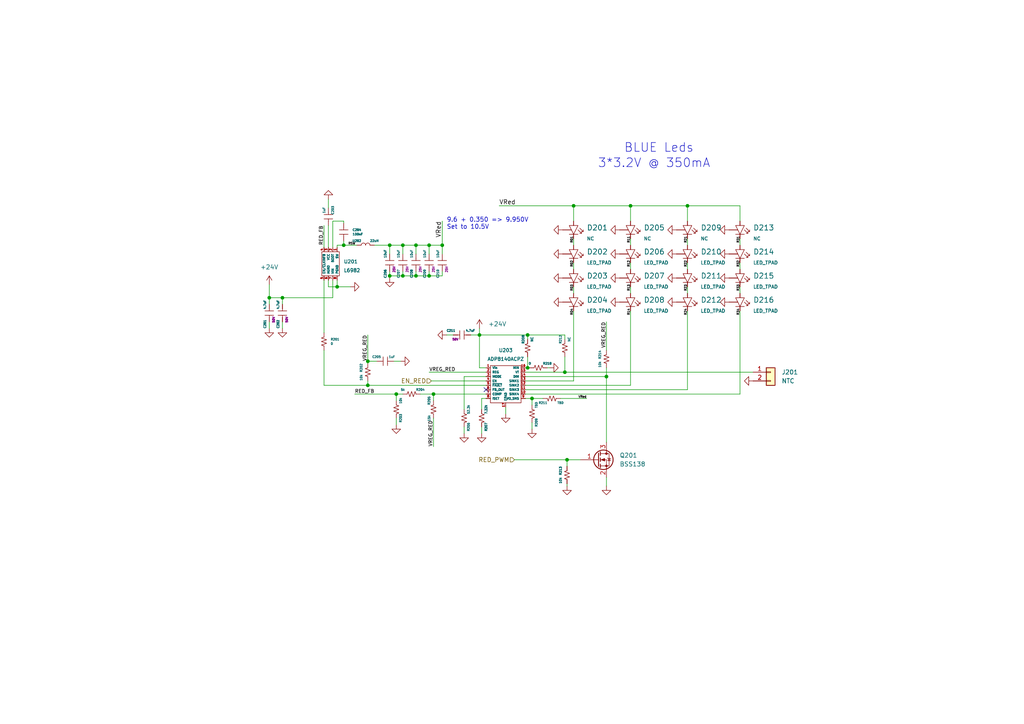
<source format=kicad_sch>
(kicad_sch (version 20211123) (generator eeschema)
  (paper "A4")
  (lib_symbols
    (symbol "ADP8140:ADP8140ACPZ"
      (property "Reference" "U" (at 0 6.985 0))
      (property "Value" "ADP8140ACPZ" (at 0 6.985 0))
      (symbol "ADP8140ACPZ_0_1"
        (rectangle (start -4.445 5.08) (end 4.445 -5.715) (stroke (width 0.1524)))
      )
      (symbol "ADP8140ACPZ_1_1"
        (pin power_in line (at -5.715 4.445 0) (length 1.27) (name "Vin") (number "1"))
        (pin power_out line (at 5.715 -3.175 180) (length 1.27) (name "SINK4") (number "10"))
        (pin power_out line (at 5.715 -1.905 180) (length 1.27) (name "SINK3") (number "11"))
        (pin power_out line (at 5.715 -0.635 180) (length 1.27) (name "SINK2") (number "12"))
        (pin power_out line (at 5.715 0.635 180) (length 1.27) (name "SINK1") (number "13"))
        (pin input line (at 5.715 1.905 180) (length 1.27) (name "DIM") (number "14"))
        (pin input line (at 5.715 3.175 180) (length 1.27) (name "VT") (number "15"))
        (pin input line (at 5.715 4.445 180) (length 1.27) (name "MIN") (number "16"))
        (pin power_in line (at 0 -6.985 90) (length 1.27) (name "EPAD") (number "17"))
        (pin power_out line (at -5.715 3.175 0) (length 1.27) (name "REG") (number "2"))
        (pin input line (at -5.715 1.905 0) (length 1.27) (name "MODE") (number "3"))
        (pin input line (at -5.715 0.635 0) (length 1.27) (name "EN") (number "4"))
        (pin output line (at -5.715 -0.635 0) (length 1.27) (name "~{FAULT}") (number "5"))
        (pin output line (at -5.715 -1.905 0) (length 1.27) (name "FB_OUT") (number "6"))
        (pin output line (at -5.715 -3.175 0) (length 1.27) (name "COMP") (number "7"))
        (pin input line (at -5.715 -4.445 0) (length 1.27) (name "ISET") (number "8"))
        (pin input line (at 5.715 -4.445 180) (length 1.27) (name "VO_SNS") (number "9"))
      )
    )
    (symbol "Connector_Generic:Conn_01x02" (pin_names (offset 1.016) hide)
      (property "Reference" "J" (at 0 2.54 0))
      (property "Value" "Conn_01x02" (at 0 -5.08 0))
      (symbol "Conn_01x02_1_1"
        (rectangle (start -1.27 -2.413) (end 0 -2.667) (stroke (width 0.1524)))
        (rectangle (start -1.27 0.127) (end 0 -0.127) (stroke (width 0.1524)))
        (rectangle (start -1.27 1.27) (end 1.27 -3.81) (stroke (width 0.254)) (fill (type background)))
        (pin passive line (at -5.08 0 0) (length 3.81) (name "Pin_1") (number "1"))
        (pin passive line (at -5.08 -2.54 0) (length 3.81) (name "Pin_2") (number "2"))
      )
    )
    (symbol "L6982NDR:L6982"
      (property "Reference" "U" (at 0 4.445 0))
      (property "Value" "L6982" (at 0 4.445 0))
      (symbol "L6982_0_1"
        (rectangle (start -3.81 2.54) (end 3.175 -2.54) (stroke (width 0.1524)))
      )
      (symbol "L6982_1_1"
        (pin output line (at -5.08 1.905 0) (length 1.27) (name "SW") (number "1"))
        (pin input line (at -5.08 0.635 0) (length 1.27) (name "BOOT") (number "2"))
        (pin power_out line (at -5.08 -0.635 0) (length 1.27) (name "VCC") (number "3"))
        (pin input line (at -5.08 -1.905 0) (length 1.27) (name "FB") (number "4"))
        (pin input line (at 4.445 -1.905 180) (length 1.27) (name "EN/CLKIN") (number "5"))
        (pin power_in line (at 4.445 -0.635 180) (length 1.27) (name "AGND") (number "6"))
        (pin power_in line (at 4.445 0.635 180) (length 1.27) (name "VIN") (number "7"))
        (pin power_in line (at 4.445 1.905 180) (length 1.27) (name "PGND") (number "8"))
      )
    )
    (symbol "NMOS:BSS138" (pin_names (offset 0) hide)
      (property "Reference" "Q" (at 5.08 1.905 0))
      (property "Value" "BSS138" (at 5.08 0 0))
      (symbol "BSS138_0_1"
        (polyline (pts (xy 0.762 -1.778) (xy 2.54 -1.778)))
        (polyline (pts (xy 0.762 -1.27) (xy 0.762 -2.286)) (stroke (width 0.254)))
        (polyline (pts (xy 0.762 0) (xy 2.54 0)))
        (polyline (pts (xy 0.762 0.508) (xy 0.762 -0.508)) (stroke (width 0.254)))
        (polyline (pts (xy 0.762 1.778) (xy 2.54 1.778)))
        (polyline (pts (xy 0.762 2.286) (xy 0.762 1.27)) (stroke (width 0.254)))
        (polyline (pts (xy 2.54 -1.778) (xy 2.54 -2.54)))
        (polyline (pts (xy 2.54 -1.778) (xy 2.54 0)))
        (polyline (pts (xy 2.54 2.54) (xy 2.54 1.778)))
        (polyline (pts (xy 0.254 1.905) (xy 0.254 -1.905) (xy 0.254 -1.905)) (stroke (width 0.254)))
        (polyline (pts (xy 1.016 0) (xy 2.032 0.381) (xy 2.032 -0.381) (xy 1.016 0)) (fill (type outline)))
        (polyline (pts (xy 2.54 -1.778) (xy 3.302 -1.778) (xy 3.302 1.778) (xy 2.54 1.778)))
        (polyline (pts (xy 2.794 0.508) (xy 2.921 0.381) (xy 3.683 0.381) (xy 3.81 0.254)))
        (polyline (pts (xy 3.302 0.381) (xy 2.921 -0.254) (xy 3.683 -0.254) (xy 3.302 0.381)))
        (circle (center 1.651 0) (radius 2.8194) (stroke (width 0.254)))
        (circle (center 2.54 -1.778) (radius 0.2794) (fill (type outline)))
        (circle (center 2.54 1.778) (radius 0.2794) (fill (type outline)))
      )
      (symbol "BSS138_1_1"
        (pin input line (at -5.08 0 0) (length 5.334) (name "G") (number "1"))
        (pin passive line (at 2.54 -5.08 90) (length 2.54) (name "S") (number "2"))
        (pin passive line (at 2.54 5.08 270) (length 2.54) (name "D") (number "3"))
      )
    )
    (symbol "passives:CAP_0603" (pin_numbers hide) (pin_names (offset 0) hide)
      (property "Reference" "C" (at 0 -2.54 0))
      (property "Value" "CAP_0603" (at 0 1.905 0))
      (symbol "CAP_0603_0_1"
        (polyline (pts (xy -1.27 0) (xy -0.635 0)))
        (polyline (pts (xy -0.635 -1.27) (xy -0.635 1.27)))
        (polyline (pts (xy 0.635 -1.27) (xy 0.635 -0.635)))
        (polyline (pts (xy 0.635 0.635) (xy 0.635 -0.635)))
        (polyline (pts (xy 0.635 1.27) (xy 0.635 0.635)))
        (polyline (pts (xy 1.27 0) (xy 0.635 0)))
      )
      (symbol "CAP_0603_1_1"
        (pin passive line (at -2.54 0 0) (length 1.27) (name "~") (number "1"))
        (pin passive line (at 2.54 0 180) (length 1.27) (name "~") (number "2"))
      )
    )
    (symbol "passives:CAP_0805" (pin_numbers hide) (pin_names (offset 0) hide)
      (property "Reference" "C" (at 0 -2.54 0))
      (property "Value" "CAP_0805" (at 0 1.905 0))
      (symbol "CAP_0805_0_1"
        (polyline (pts (xy -1.27 0) (xy -0.635 0)))
        (polyline (pts (xy -0.635 -1.27) (xy -0.635 1.27)))
        (polyline (pts (xy 0.635 -1.27) (xy 0.635 -0.635)))
        (polyline (pts (xy 0.635 0.635) (xy 0.635 -0.635)))
        (polyline (pts (xy 0.635 1.27) (xy 0.635 0.635)))
        (polyline (pts (xy 1.27 0) (xy 0.635 0)))
      )
      (symbol "CAP_0805_1_1"
        (pin passive line (at -2.54 0 0) (length 1.27) (name "~") (number "1"))
        (pin passive line (at 2.54 0 180) (length 1.27) (name "~") (number "2"))
      )
    )
    (symbol "passives:CAP_1206" (pin_numbers hide) (pin_names (offset 0) hide)
      (property "Reference" "C" (at 0 -2.54 0))
      (property "Value" "CAP_1206" (at 0 1.905 0))
      (symbol "CAP_1206_0_1"
        (polyline (pts (xy -1.27 0) (xy -0.635 0)))
        (polyline (pts (xy -0.635 -1.27) (xy -0.635 1.27)))
        (polyline (pts (xy 0.635 -1.27) (xy 0.635 -0.635)))
        (polyline (pts (xy 0.635 0.635) (xy 0.635 -0.635)))
        (polyline (pts (xy 0.635 1.27) (xy 0.635 0.635)))
        (polyline (pts (xy 1.27 0) (xy 0.635 0)))
      )
      (symbol "CAP_1206_1_1"
        (pin passive line (at -2.54 0 0) (length 1.27) (name "~") (number "1"))
        (pin passive line (at 2.54 0 180) (length 1.27) (name "~") (number "2"))
      )
    )
    (symbol "passives:IND_SMALL" (pin_numbers hide) (pin_names (offset 0) hide)
      (property "Reference" "U" (at 0 0 0))
      (property "Value" "IND_SMALL" (at 0 0 0))
      (symbol "IND_SMALL_0_1"
        (arc (start 0 0) (mid -0.635 0.635) (end -1.27 0))
        (arc (start 1.27 0) (mid 0.635 0.635) (end 0 0))
      )
      (symbol "IND_SMALL_1_1"
        (pin passive line (at -2.54 0 0) (length 1.27) (name "~") (number "1"))
        (pin passive line (at 2.54 0 180) (length 1.27) (name "~") (number "2"))
      )
    )
    (symbol "passives:LED_TPAD" (pin_numbers hide) (pin_names (offset 0) hide)
      (property "Reference" "D" (at 8.255 0 0))
      (property "Value" "LED_TPAD" (at 0 4.445 0))
      (symbol "LED_TPAD_0_1"
        (polyline (pts (xy 0 1.27) (xy 1.016 2.286)))
        (polyline (pts (xy 0.508 2.794) (xy 0 2.794)))
        (polyline (pts (xy 1.016 2.286) (xy 0.508 2.286)))
        (polyline (pts (xy 1.016 2.286) (xy 1.016 1.778)))
        (polyline (pts (xy 1.27 0) (xy 1.27 -1.27)))
        (polyline (pts (xy 1.27 0) (xy 1.27 1.27)))
        (polyline (pts (xy -0.508 1.778) (xy 0.508 2.794) (xy 0.508 2.286)))
        (polyline (pts (xy -1.27 0) (xy -1.27 1.27) (xy 1.27 0) (xy -1.27 -1.27) (xy -1.27 0)))
      )
      (symbol "LED_TPAD_1_1"
        (pin input line (at -2.54 0 0) (length 1.27) (name "A") (number "A"))
        (pin input line (at 2.54 0 180) (length 1.27) (name "K") (number "K"))
        (pin passive line (at 0 -3.175 90) (length 2.54) (name "PAD") (number "N"))
      )
    )
    (symbol "passives:RES_0603" (pin_numbers hide) (pin_names (offset 0) hide)
      (property "Reference" "R" (at 0 -2.54 0))
      (property "Value" "RES_0603" (at 0 1.27 0))
      (symbol "RES_0603_0_1"
        (polyline (pts (xy -1.27 0) (xy -1.016 0.762) (xy -0.508 -0.762) (xy 0 0.762) (xy 0.508 -0.762) (xy 1.016 0.762) (xy 1.27 0)))
      )
      (symbol "RES_0603_1_1"
        (pin input line (at -2.54 0 0) (length 1.27) (name "1") (number "1"))
        (pin input line (at 2.54 0 180) (length 1.27) (name "2") (number "2"))
      )
    )
    (symbol "power:+24V" (power) (pin_names (offset 0))
      (property "Value" "+24V" (at 0 3.556 0))
      (symbol "+24V_0_1"
        (polyline (pts (xy -0.762 1.27) (xy 0 2.54)))
        (polyline (pts (xy 0 0) (xy 0 2.54)))
        (polyline (pts (xy 0 2.54) (xy 0.762 1.27)))
      )
      (symbol "+24V_1_1"
        (pin power_in line (at 0 0 90) (length 0) hide (name "+24V") (number "1"))
      )
    )
    (symbol "power:GND" (power) (pin_names (offset 0))
      (property "Value" "GND" (at 0 -3.81 0))
      (symbol "GND_0_1"
        (polyline (pts (xy 0 0) (xy 0 -1.27) (xy 1.27 -1.27) (xy 0 -2.54) (xy -1.27 -1.27) (xy 0 -1.27)))
      )
      (symbol "GND_1_1"
        (pin power_in line (at 0 0 270) (length 0) hide (name "GND") (number "1"))
      )
    )
  )
  (junction (at 120.65 80.01))
  (junction (at 153.035 106.68))
  (junction (at 106.68 104.775))
  (junction (at 166.37 59.69))
  (junction (at 124.46 80.01))
  (junction (at 199.39 59.69))
  (junction (at 106.68 111.76))
  (junction (at 81.915 86.36))
  (junction (at 116.84 71.12))
  (junction (at 124.46 71.12))
  (junction (at 182.88 59.69))
  (junction (at 164.465 133.35))
  (junction (at 154.305 115.57))
  (junction (at 78.105 86.36))
  (junction (at 114.935 114.3))
  (junction (at 153.035 97.155))
  (junction (at 163.83 107.95))
  (junction (at 128.27 71.12))
  (junction (at 113.03 80.01))
  (junction (at 120.65 71.12))
  (junction (at 175.895 109.22))
  (junction (at 116.84 80.01))
  (junction (at 113.03 71.12))
  (junction (at 139.065 97.155))
  (junction (at 125.73 114.3))
  (junction (at 99.695 71.12))
  (junction (at 97.79 83.185))
  (no_connect (at 140.97 113.03))
  (wire (pts (xy 131.445 97.155) (xy 129.54 97.155)))
  (wire (pts (xy 153.035 103.505) (xy 153.035 106.68)))
  (wire (pts (xy 120.65 78.74) (xy 120.65 80.01)))
  (wire (pts (xy 214.63 69.215) (xy 214.63 71.12)))
  (wire (pts (xy 106.68 104.775) (xy 109.22 104.775)))
  (wire (pts (xy 116.84 71.12) (xy 113.03 71.12)))
  (wire (pts (xy 128.27 78.74) (xy 128.27 80.01)))
  (wire (pts (xy 134.62 109.22) (xy 134.62 118.745)))
  (wire (pts (xy 182.88 83.185) (xy 182.88 85.09)))
  (wire (pts (xy 125.73 114.3) (xy 125.73 116.205)))
  (wire (pts (xy 95.25 83.185) (xy 97.79 83.185)))
  (wire (pts (xy 199.39 76.2) (xy 199.39 78.105)))
  (wire (pts (xy 139.065 106.68) (xy 139.065 97.155)))
  (wire (pts (xy 164.465 133.35) (xy 168.275 133.35)))
  (wire (pts (xy 175.895 93.345) (xy 175.895 101.6)))
  (wire (pts (xy 214.63 83.185) (xy 214.63 85.09)))
  (wire (pts (xy 93.98 101.6) (xy 93.98 111.76)))
  (wire (pts (xy 106.68 97.155) (xy 106.68 104.775)))
  (wire (pts (xy 214.63 64.135) (xy 214.63 59.69)))
  (wire (pts (xy 97.79 71.755) (xy 97.79 71.12)))
  (wire (pts (xy 78.105 93.345) (xy 78.105 95.25)))
  (wire (pts (xy 152.4 110.49) (xy 166.37 110.49)))
  (wire (pts (xy 113.03 80.01) (xy 113.03 80.645)))
  (wire (pts (xy 163.83 103.505) (xy 163.83 107.95)))
  (wire (pts (xy 139.065 97.155) (xy 153.035 97.155)))
  (wire (pts (xy 146.685 118.11) (xy 146.685 120.015)))
  (wire (pts (xy 152.4 111.76) (xy 182.88 111.76)))
  (wire (pts (xy 158.75 106.68) (xy 159.385 106.68)))
  (wire (pts (xy 114.935 114.3) (xy 114.935 116.205)))
  (wire (pts (xy 136.525 97.155) (xy 139.065 97.155)))
  (wire (pts (xy 116.84 114.3) (xy 114.935 114.3)))
  (wire (pts (xy 164.465 133.35) (xy 164.465 135.255)))
  (wire (pts (xy 214.63 76.2) (xy 214.63 78.105)))
  (wire (pts (xy 124.46 80.01) (xy 128.27 80.01)))
  (wire (pts (xy 214.63 59.69) (xy 199.39 59.69)))
  (wire (pts (xy 153.035 106.68) (xy 153.67 106.68)))
  (wire (pts (xy 199.39 83.185) (xy 199.39 85.09)))
  (wire (pts (xy 139.7 115.57) (xy 139.7 118.745)))
  (wire (pts (xy 95.25 65.405) (xy 95.25 71.755)))
  (wire (pts (xy 93.98 65.405) (xy 93.98 71.755)))
  (wire (pts (xy 166.37 76.2) (xy 166.37 78.105)))
  (wire (pts (xy 102.87 114.3) (xy 114.935 114.3)))
  (wire (pts (xy 140.97 109.22) (xy 134.62 109.22)))
  (wire (pts (xy 97.79 71.12) (xy 99.695 71.12)))
  (wire (pts (xy 120.65 71.12) (xy 116.84 71.12)))
  (wire (pts (xy 199.39 69.215) (xy 199.39 71.12)))
  (wire (pts (xy 78.105 82.55) (xy 78.105 86.36)))
  (wire (pts (xy 95.25 57.785) (xy 95.25 60.325)))
  (wire (pts (xy 128.27 64.135) (xy 128.27 71.12)))
  (wire (pts (xy 154.305 115.57) (xy 154.305 117.475)))
  (wire (pts (xy 78.105 86.36) (xy 78.105 88.265)))
  (wire (pts (xy 95.25 81.28) (xy 95.25 83.185)))
  (wire (pts (xy 113.03 71.12) (xy 113.03 73.66)))
  (wire (pts (xy 96.52 64.135) (xy 99.695 64.135)))
  (wire (pts (xy 128.27 73.66) (xy 128.27 71.12)))
  (wire (pts (xy 166.37 110.49) (xy 166.37 90.17)))
  (wire (pts (xy 154.305 122.555) (xy 154.305 124.46)))
  (wire (pts (xy 182.88 76.2) (xy 182.88 78.105)))
  (wire (pts (xy 99.695 69.85) (xy 99.695 71.12)))
  (wire (pts (xy 124.46 107.95) (xy 140.97 107.95)))
  (wire (pts (xy 175.895 109.22) (xy 175.895 128.27)))
  (wire (pts (xy 113.03 80.01) (xy 116.84 80.01)))
  (wire (pts (xy 182.88 59.69) (xy 166.37 59.69)))
  (wire (pts (xy 96.52 81.28) (xy 96.52 86.36)))
  (wire (pts (xy 116.84 80.01) (xy 120.65 80.01)))
  (wire (pts (xy 163.83 97.155) (xy 153.035 97.155)))
  (wire (pts (xy 97.79 83.185) (xy 101.6 83.185)))
  (wire (pts (xy 163.83 98.425) (xy 163.83 97.155)))
  (wire (pts (xy 116.84 71.12) (xy 116.84 73.66)))
  (wire (pts (xy 199.39 59.69) (xy 199.39 64.135)))
  (wire (pts (xy 81.915 93.345) (xy 81.915 95.25)))
  (wire (pts (xy 125.095 110.49) (xy 140.97 110.49)))
  (wire (pts (xy 139.065 95.25) (xy 139.065 97.155)))
  (wire (pts (xy 81.915 86.36) (xy 81.915 88.265)))
  (wire (pts (xy 153.035 97.155) (xy 153.035 98.425)))
  (wire (pts (xy 125.73 121.285) (xy 125.73 129.54)))
  (wire (pts (xy 166.37 83.185) (xy 166.37 85.09)))
  (wire (pts (xy 152.4 113.03) (xy 199.39 113.03)))
  (wire (pts (xy 134.62 123.825) (xy 134.62 125.73)))
  (wire (pts (xy 116.84 78.74) (xy 116.84 80.01)))
  (wire (pts (xy 93.98 81.28) (xy 93.98 96.52)))
  (wire (pts (xy 175.895 106.68) (xy 175.895 109.22)))
  (wire (pts (xy 93.98 111.76) (xy 106.68 111.76)))
  (wire (pts (xy 124.46 78.74) (xy 124.46 80.01)))
  (wire (pts (xy 152.4 114.3) (xy 214.63 114.3)))
  (wire (pts (xy 108.585 71.12) (xy 113.03 71.12)))
  (wire (pts (xy 152.4 115.57) (xy 154.305 115.57)))
  (wire (pts (xy 114.935 121.285) (xy 114.935 123.19)))
  (wire (pts (xy 128.27 71.12) (xy 124.46 71.12)))
  (wire (pts (xy 175.895 138.43) (xy 175.895 140.97)))
  (wire (pts (xy 199.39 59.69) (xy 182.88 59.69)))
  (wire (pts (xy 152.4 109.22) (xy 175.895 109.22)))
  (wire (pts (xy 97.79 81.28) (xy 97.79 83.185)))
  (wire (pts (xy 140.97 106.68) (xy 139.065 106.68)))
  (wire (pts (xy 163.83 107.95) (xy 218.44 107.95)))
  (wire (pts (xy 99.695 71.12) (xy 103.505 71.12)))
  (wire (pts (xy 106.68 104.775) (xy 106.68 105.41)))
  (wire (pts (xy 120.65 80.01) (xy 124.46 80.01)))
  (wire (pts (xy 81.915 86.36) (xy 78.105 86.36)))
  (wire (pts (xy 149.225 133.35) (xy 164.465 133.35)))
  (wire (pts (xy 125.73 114.3) (xy 140.97 114.3)))
  (wire (pts (xy 152.4 106.68) (xy 153.035 106.68)))
  (wire (pts (xy 106.68 111.76) (xy 140.97 111.76)))
  (wire (pts (xy 99.695 64.135) (xy 99.695 64.77)))
  (wire (pts (xy 96.52 71.755) (xy 96.52 64.135)))
  (wire (pts (xy 199.39 113.03) (xy 199.39 90.17)))
  (wire (pts (xy 139.7 123.825) (xy 139.7 125.73)))
  (wire (pts (xy 166.37 69.215) (xy 166.37 71.12)))
  (wire (pts (xy 152.4 107.95) (xy 163.83 107.95)))
  (wire (pts (xy 140.97 115.57) (xy 139.7 115.57)))
  (wire (pts (xy 182.88 59.69) (xy 182.88 64.135)))
  (wire (pts (xy 124.46 71.12) (xy 124.46 73.66)))
  (wire (pts (xy 106.68 110.49) (xy 106.68 111.76)))
  (wire (pts (xy 182.88 111.76) (xy 182.88 90.17)))
  (wire (pts (xy 166.37 59.69) (xy 166.37 64.135)))
  (wire (pts (xy 120.65 71.12) (xy 120.65 73.66)))
  (wire (pts (xy 114.3 104.775) (xy 116.205 104.775)))
  (wire (pts (xy 214.63 114.3) (xy 214.63 90.17)))
  (wire (pts (xy 182.88 69.215) (xy 182.88 71.12)))
  (wire (pts (xy 113.03 78.74) (xy 113.03 80.01)))
  (wire (pts (xy 164.465 140.335) (xy 164.465 140.97)))
  (wire (pts (xy 162.56 115.57) (xy 170.18 115.57)))
  (wire (pts (xy 96.52 86.36) (xy 81.915 86.36)))
  (wire (pts (xy 154.305 115.57) (xy 157.48 115.57)))
  (wire (pts (xy 124.46 71.12) (xy 120.65 71.12)))
  (wire (pts (xy 121.92 114.3) (xy 125.73 114.3)))
  (wire (pts (xy 144.78 59.69) (xy 166.37 59.69)))
  (text "BLUE Leds" (at 180.975 44.45 0) (effects (font (size 2.54 2.54)) (justify left bottom)))
  (text "3*3.2V @ 350mA" (at 173.355 48.895 0) (effects (font (size 2.54 2.54)) (justify left bottom)))
  (text "9.6 + 0.350 => 9.950V\nSet to 10.5V" (at 129.54 66.675 0) (effects (font (size 1.27 1.27)) (justify left bottom)))
  (label "R32" (at 214.63 77.47 90) (effects (font (size 0.635 0.635))))
  (label "R31" (at 214.63 70.485 90) (effects (font (size 0.635 0.635))))
  (label "VREG_RED" (at 125.73 129.54 90) (effects (font (size 1 1))))
  (label "R33" (at 214.63 84.455 90) (effects (font (size 0.635 0.635))))
  (label "R04" (at 166.37 91.44 90) (effects (font (size 0.635 0.635))))
  (label "R24" (at 199.39 91.44 90) (effects (font (size 0.635 0.635))))
  (label "VREG_RED" (at 124.46 107.95 0) (effects (font (size 1 1))))
  (label "R11" (at 182.88 70.485 90) (effects (font (size 0.635 0.635))))
  (label "R23" (at 199.39 84.455 90) (effects (font (size 0.635 0.635))))
  (label "R14" (at 182.88 91.44 90) (effects (font (size 0.635 0.635))))
  (label "RED_FB" (at 102.87 114.3 0) (effects (font (size 1 1))))
  (label "R03" (at 166.37 84.455 90) (effects (font (size 0.635 0.635))))
  (label "R34" (at 214.63 91.44 90) (effects (font (size 0.635 0.635))))
  (label "R21" (at 199.39 70.485 90) (effects (font (size 0.635 0.635))))
  (label "VRed" (at 144.78 59.69 0))
  (label "R12" (at 182.88 77.47 90) (effects (font (size 0.635 0.635))))
  (label "RED_FB" (at 93.98 65.405 270) (effects (font (size 1 1))))
  (label "VRed" (at 170.18 115.57 180) (effects (font (size 0.635 0.635))))
  (label "VRed" (at 128.27 64.135 270))
  (label "R02" (at 166.37 77.47 90) (effects (font (size 0.635 0.635))))
  (label "VREG_RED" (at 106.68 97.155 270) (effects (font (size 1 1))))
  (label "VREG_RED" (at 175.895 93.345 270) (effects (font (size 1 1))))
  (label "RSW" (at 100.965 71.12 0) (effects (font (size 0.635 0.635))))
  (label "R13" (at 182.88 84.455 90) (effects (font (size 0.635 0.635))))
  (label "R22" (at 199.39 77.47 90) (effects (font (size 0.635 0.635))))
  (label "R01" (at 166.37 70.485 90) (effects (font (size 0.635 0.635))))
  (hierarchical_label "RED_PWM" (shape input) (at 149.225 133.35 180))
  (hierarchical_label "EN_RED" (shape input) (at 125.095 110.49 180))
  (symbol (lib_id "passives:CAP_0603") (at 99.695 67.31 90) (unit 1)
    (property "Reference" "C204" (at 102.235 66.675 90) (effects (font (size 0.635 0.635)) (justify right)))
    (property "Value" "100nF" (at 102.235 67.945 90) (effects (font (size 0.635 0.635)) (justify right)))
    (property "Footprint" "SM0603" (effects hide))
  )
  (symbol (lib_id "passives:LED_TPAD") (at 199.39 80.645 270) (unit 1)
    (property "Reference" "D211" (at 203.2 80.01 90) (effects (font (size 1.524 1.524)) (justify left)))
    (property "Value" "LED_TPAD" (at 203.2 83.1849 90) (effects (font (size 0.9906 0.9906)) (justify left)))
    (property "Footprint" "Cree:XLamp_MLE" (effects hide))
  )
  (symbol (lib_id "passives:LED_TPAD") (at 214.63 66.675 270) (unit 1)
    (property "Reference" "D213" (at 218.44 66.04 90) (effects (font (size 1.524 1.524)) (justify left)))
    (property "Value" "NC" (at 218.44 69.2149 90) (effects (font (size 0.9906 0.9906)) (justify left)))
    (property "Footprint" "Cree:XLamp_MLE" (effects hide))
  )
  (symbol (lib_id "power:GND") (at 78.105 95.25 0) (unit 1)
    (property "Reference" "#PWR0165" (effects hide))
    (property "Value" "GND" (effects hide))
  )
  (symbol (lib_id "power:GND") (at 101.6 83.185 90) (unit 1)
    (property "Reference" "#PWR0166" (effects hide))
    (property "Value" "GND" (effects hide))
  )
  (symbol (lib_id "power:GND") (at 211.455 73.66 270) (unit 1)
    (property "Reference" "#PWR0135" (effects hide))
    (property "Value" "GND" (effects hide))
  )
  (symbol (lib_id "passives:RES_0603") (at 106.68 107.95 90) (unit 1)
    (property "Reference" "R202" (at 104.775 105.41 0) (effects (font (size 0.635 0.635)) (justify right)))
    (property "Value" "10k" (at 104.775 108.585 0) (effects (font (size 0.635 0.635)) (justify right)))
    (property "Footprint" "SM0603" (effects hide))
  )
  (symbol (lib_id "power:GND") (at 179.705 87.63 270) (unit 1)
    (property "Reference" "#PWR0151" (effects hide))
    (property "Value" "GND" (effects hide))
  )
  (symbol (lib_id "power:GND") (at 196.215 66.675 270) (unit 1)
    (property "Reference" "#PWR0147" (effects hide))
    (property "Value" "GND" (effects hide))
  )
  (symbol (lib_id "ADP8140:ADP8140ACPZ") (at 146.685 111.125 0) (unit 1)
    (property "Reference" "U203" (at 146.685 101.6 0) (effects (font (size 1 1))))
    (property "Value" "ADP8140ACPZ" (at 146.685 104.14 0) (effects (font (size 1 1))))
    (property "Footprint" "QFN:ADP8140_LFCSP16_4x4_0.4mm" (effects hide))
  )
  (symbol (lib_id "passives:LED_TPAD") (at 166.37 80.645 270) (unit 1)
    (property "Reference" "D203" (at 170.18 80.01 90) (effects (font (size 1.524 1.524)) (justify left)))
    (property "Value" "LED_TPAD" (at 170.18 83.1849 90) (effects (font (size 0.9906 0.9906)) (justify left)))
    (property "Footprint" "Cree:XLamp_MLE" (effects hide))
  )
  (symbol (lib_id "passives:RES_0603") (at 114.935 118.745 270) (unit 1)
    (property "Reference" "R203" (at 116.205 121.285 0) (effects (font (size 0.635 0.635))))
    (property "Value" "10k" (at 116.205 116.205 0) (effects (font (size 0.635 0.635))))
    (property "Footprint" "SM0603" (effects hide))
  )
  (symbol (lib_id "power:GND") (at 179.705 80.645 270) (unit 1)
    (property "Reference" "#PWR0152" (effects hide))
    (property "Value" "GND" (effects hide))
  )
  (symbol (lib_id "power:GND") (at 163.195 87.63 270) (unit 1)
    (property "Reference" "#PWR0149" (effects hide))
    (property "Value" "GND" (effects hide))
  )
  (symbol (lib_id "passives:LED_TPAD") (at 166.37 87.63 270) (unit 1)
    (property "Reference" "D204" (at 170.18 86.995 90) (effects (font (size 1.524 1.524)) (justify left)))
    (property "Value" "LED_TPAD" (at 170.18 90.1699 90) (effects (font (size 0.9906 0.9906)) (justify left)))
    (property "Footprint" "Cree:XLamp_MLE" (effects hide))
  )
  (symbol (lib_id "passives:CAP_1206") (at 128.27 76.2 270) (unit 1)
    (property "Reference" "C210" (at 127 78.105 0) (effects (font (size 0.635 0.635)) (justify left)))
    (property "Value" "10uF" (at 127 72.39 0) (effects (font (size 0.635 0.635)) (justify left)))
    (property "Footprint" "SM1206" (effects hide))
    (property "Volt" "25V" (at 129.54 78.105 0) (effects (font (size 0.635 0.635))))
    (property "Vendor" "MOUSER" (effects hide))
    (property "SKU" "810-C3216X7R1H106160" (effects hide))
  )
  (symbol (lib_id "passives:RES_0603") (at 134.62 121.285 270) (unit 1)
    (property "Reference" "R206" (at 135.89 123.825 0) (effects (font (size 0.635 0.635))))
    (property "Value" "52.3k" (at 135.89 118.745 0) (effects (font (size 0.635 0.635))))
    (property "Footprint" "SM0603" (effects hide))
  )
  (symbol (lib_id "passives:LED_TPAD") (at 166.37 73.66 270) (unit 1)
    (property "Reference" "D202" (at 170.18 73.025 90) (effects (font (size 1.524 1.524)) (justify left)))
    (property "Value" "LED_TPAD" (at 170.18 76.1999 90) (effects (font (size 0.9906 0.9906)) (justify left)))
    (property "Footprint" "Cree:XLamp_MLE" (effects hide))
  )
  (symbol (lib_id "power:GND") (at 146.685 120.015 0) (unit 1)
    (property "Reference" "#PWR0158" (effects hide))
    (property "Value" "GND" (effects hide))
  )
  (symbol (lib_id "passives:RES_0603") (at 139.7 121.285 270) (unit 1)
    (property "Reference" "R207" (at 140.97 123.825 0) (effects (font (size 0.635 0.635))))
    (property "Value" "7.32k" (at 140.97 118.745 0) (effects (font (size 0.635 0.635))))
    (property "Footprint" "SM0603" (effects hide))
  )
  (symbol (lib_id "passives:LED_TPAD") (at 214.63 80.645 270) (unit 1)
    (property "Reference" "D215" (at 218.44 80.01 90) (effects (font (size 1.524 1.524)) (justify left)))
    (property "Value" "LED_TPAD" (at 218.44 83.1849 90) (effects (font (size 0.9906 0.9906)) (justify left)))
    (property "Footprint" "Cree:XLamp_MLE" (effects hide))
  )
  (symbol (lib_id "power:GND") (at 114.935 123.19 0) (unit 1)
    (property "Reference" "#PWR0157" (effects hide))
    (property "Value" "GND" (effects hide))
  )
  (symbol (lib_id "L6982NDR:L6982") (at 95.885 76.835 270) (unit 1)
    (property "Reference" "U201" (at 99.695 75.8825 90) (effects (font (size 1 1)) (justify left)))
    (property "Value" "L6982" (at 99.695 78.4225 90) (effects (font (size 1 1)) (justify left)))
    (property "Footprint" "SOIC:SOIC-8_208mil" (effects hide))
  )
  (symbol (lib_id "power:+24V") (at 139.065 95.25 0) (unit 1)
    (property "Reference" "#PWR0159" (effects hide))
    (property "Value" "+24V" (at 141.605 93.9799 0) (effects (justify left)))
  )
  (symbol (lib_id "passives:RES_0603") (at 125.73 118.745 90) (unit 1)
    (property "Reference" "R205" (at 124.46 116.205 0) (effects (font (size 0.635 0.635))))
    (property "Value" "15k" (at 124.46 121.285 0) (effects (font (size 0.635 0.635))))
    (property "Footprint" "SM0603" (effects hide))
  )
  (symbol (lib_id "power:GND") (at 113.03 80.645 0) (unit 1)
    (property "Reference" "#PWR0162" (effects hide))
    (property "Value" "GND" (effects hide))
  )
  (symbol (lib_id "power:GND") (at 179.705 73.66 270) (unit 1)
    (property "Reference" "#PWR0148" (effects hide))
    (property "Value" "GND" (effects hide))
  )
  (symbol (lib_id "passives:RES_0603") (at 156.21 106.68 0) (unit 1)
    (property "Reference" "R210" (at 158.75 105.41 0) (effects (font (size 0.635 0.635))))
    (property "Value" "0" (at 153.67 105.41 0) (effects (font (size 0.635 0.635))))
    (property "Footprint" "SM0603" (effects hide))
  )
  (symbol (lib_id "passives:CAP_1206") (at 120.65 76.2 270) (unit 1)
    (property "Reference" "C208" (at 119.38 78.105 0) (effects (font (size 0.635 0.635)) (justify left)))
    (property "Value" "10uF" (at 119.38 72.39 0) (effects (font (size 0.635 0.635)) (justify left)))
    (property "Footprint" "SM1206" (effects hide))
    (property "Volt" "25V" (at 121.92 78.105 0) (effects (font (size 0.635 0.635))))
    (property "Vendor" "MOUSER" (effects hide))
    (property "SKU" "810-C3216X7R1H106160" (effects hide))
  )
  (symbol (lib_id "power:GND") (at 159.385 106.68 90) (unit 1)
    (property "Reference" "#PWR0150" (effects hide))
    (property "Value" "GND" (effects hide))
  )
  (symbol (lib_id "power:GND") (at 164.465 140.97 0) (unit 1)
    (property "Reference" "#PWR0140" (effects hide))
    (property "Value" "GND" (effects hide))
  )
  (symbol (lib_id "power:GND") (at 218.44 110.49 270) (unit 1)
    (property "Reference" "#PWR0136" (effects hide))
    (property "Value" "GND" (effects hide))
  )
  (symbol (lib_id "Connector_Generic:Conn_01x02") (at 223.52 107.95 0) (unit 1)
    (property "Reference" "J201" (at 226.695 107.9499 0) (effects (justify left)))
    (property "Value" "NTC" (at 226.695 110.4899 0) (effects (justify left)))
    (property "Footprint" "Connector_JST:JST_XH_B2B-XH-A_1x02_P2.50mm_Vertical" (effects hide))
  )
  (symbol (lib_id "passives:LED_TPAD") (at 182.88 73.66 270) (unit 1)
    (property "Reference" "D206" (at 186.69 73.025 90) (effects (font (size 1.524 1.524)) (justify left)))
    (property "Value" "LED_TPAD" (at 186.69 76.1999 90) (effects (font (size 0.9906 0.9906)) (justify left)))
    (property "Footprint" "Cree:XLamp_MLE" (effects hide))
  )
  (symbol (lib_id "passives:LED_TPAD") (at 199.39 66.675 270) (unit 1)
    (property "Reference" "D209" (at 203.2 66.04 90) (effects (font (size 1.524 1.524)) (justify left)))
    (property "Value" "NC" (at 203.2 69.2149 90) (effects (font (size 0.9906 0.9906)) (justify left)))
    (property "Footprint" "Cree:XLamp_MLE" (effects hide))
  )
  (symbol (lib_id "passives:RES_0603") (at 154.305 120.015 270) (unit 1)
    (property "Reference" "R209" (at 155.575 122.555 0) (effects (font (size 0.635 0.635))))
    (property "Value" "TBD" (at 155.575 117.475 0) (effects (font (size 0.635 0.635))))
    (property "Footprint" "SM0603" (effects hide))
  )
  (symbol (lib_id "passives:CAP_1206") (at 78.105 90.805 270) (unit 1)
    (property "Reference" "C201" (at 76.835 92.71 0) (effects (font (size 0.635 0.635)) (justify left)))
    (property "Value" "4.7uF" (at 76.835 86.995 0) (effects (font (size 0.635 0.635)) (justify left)))
    (property "Footprint" "SM1206" (effects hide))
    (property "Volt" "50V" (at 79.375 92.71 0) (effects (font (size 0.635 0.635))))
  )
  (symbol (lib_id "passives:RES_0603") (at 119.38 114.3 0) (unit 1)
    (property "Reference" "R204" (at 121.92 113.03 0) (effects (font (size 0.635 0.635))))
    (property "Value" "5k" (at 116.84 113.03 0) (effects (font (size 0.635 0.635))))
    (property "Footprint" "SM0603" (effects hide))
  )
  (symbol (lib_id "passives:LED_TPAD") (at 199.39 87.63 270) (unit 1)
    (property "Reference" "D212" (at 203.2 86.995 90) (effects (font (size 1.524 1.524)) (justify left)))
    (property "Value" "LED_TPAD" (at 203.2 90.1699 90) (effects (font (size 0.9906 0.9906)) (justify left)))
    (property "Footprint" "Cree:XLamp_MLE" (effects hide))
  )
  (symbol (lib_id "passives:LED_TPAD") (at 166.37 66.675 270) (unit 1)
    (property "Reference" "D201" (at 170.18 66.04 90) (effects (font (size 1.524 1.524)) (justify left)))
    (property "Value" "NC" (at 170.18 69.2149 90) (effects (font (size 0.9906 0.9906)) (justify left)))
    (property "Footprint" "Cree:XLamp_MLE" (effects hide))
  )
  (symbol (lib_id "power:GND") (at 95.25 57.785 180) (unit 1)
    (property "Reference" "#PWR0169" (effects hide))
    (property "Value" "GND" (effects hide))
  )
  (symbol (lib_id "power:GND") (at 163.195 66.675 270) (unit 1)
    (property "Reference" "#PWR0160" (effects hide))
    (property "Value" "GND" (effects hide))
  )
  (symbol (lib_id "power:GND") (at 211.455 66.675 270) (unit 1)
    (property "Reference" "#PWR0139" (effects hide))
    (property "Value" "GND" (effects hide))
  )
  (symbol (lib_id "passives:LED_TPAD") (at 182.88 66.675 270) (unit 1)
    (property "Reference" "D205" (at 186.69 66.04 90) (effects (font (size 1.524 1.524)) (justify left)))
    (property "Value" "NC" (at 186.69 69.2149 90) (effects (font (size 0.9906 0.9906)) (justify left)))
    (property "Footprint" "Cree:XLamp_MLE" (effects hide))
  )
  (symbol (lib_id "power:GND") (at 129.54 97.155 270) (unit 1)
    (property "Reference" "#PWR0163" (effects hide))
    (property "Value" "GND" (effects hide))
  )
  (symbol (lib_id "passives:CAP_1206") (at 133.985 97.155 180) (unit 1)
    (property "Reference" "C211" (at 132.08 95.885 0) (effects (font (size 0.635 0.635)) (justify left)))
    (property "Value" "4.7uF" (at 137.795 95.885 0) (effects (font (size 0.635 0.635)) (justify left)))
    (property "Footprint" "SM1206" (effects hide))
    (property "Volt" "50V" (at 132.08 98.425 0) (effects (font (size 0.635 0.635))))
  )
  (symbol (lib_id "passives:CAP_1206") (at 116.84 76.2 270) (unit 1)
    (property "Reference" "C207" (at 115.57 78.105 0) (effects (font (size 0.635 0.635)) (justify left)))
    (property "Value" "10uF" (at 115.57 72.39 0) (effects (font (size 0.635 0.635)) (justify left)))
    (property "Footprint" "SM1206" (effects hide))
    (property "Volt" "25V" (at 118.11 78.105 0) (effects (font (size 0.635 0.635))))
    (property "Vendor" "MOUSER" (effects hide))
    (property "SKU" "810-C3216X7R1H106160" (effects hide))
  )
  (symbol (lib_id "power:GND") (at 154.305 124.46 0) (unit 1)
    (property "Reference" "#PWR0141" (effects hide))
    (property "Value" "GND" (effects hide))
  )
  (symbol (lib_id "power:+24V") (at 78.105 82.55 0) (unit 1)
    (property "Reference" "#PWR0170" (effects hide))
    (property "Value" "+24V" (at 78.105 77.47 0))
  )
  (symbol (lib_id "passives:LED_TPAD") (at 182.88 87.63 270) (unit 1)
    (property "Reference" "D208" (at 186.69 86.995 90) (effects (font (size 1.524 1.524)) (justify left)))
    (property "Value" "LED_TPAD" (at 186.69 90.1699 90) (effects (font (size 0.9906 0.9906)) (justify left)))
    (property "Footprint" "Cree:XLamp_MLE" (effects hide))
  )
  (symbol (lib_id "passives:IND_SMALL") (at 106.045 71.12 0) (unit 1)
    (property "Reference" "U202" (at 103.505 69.85 0) (effects (font (size 0.635 0.635))))
    (property "Value" "22uH" (at 108.585 69.85 0) (effects (font (size 0.635 0.635))))
    (property "Footprint" "Bourns:IND_SRP8540A_8.1x8.4x3.8mm" (effects hide))
    (property "Vendor" "MOUSER" (effects hide))
    (property "SKU" "652-SRP8540A-220M" (effects hide))
  )
  (symbol (lib_id "passives:CAP_1206") (at 113.03 76.2 270) (unit 1)
    (property "Reference" "C206" (at 111.76 78.105 0) (effects (font (size 0.635 0.635)) (justify left)))
    (property "Value" "10uF" (at 111.76 72.39 0) (effects (font (size 0.635 0.635)) (justify left)))
    (property "Footprint" "SM1206" (effects hide))
    (property "Volt" "25V" (at 114.3 78.105 0) (effects (font (size 0.635 0.635))))
    (property "Vendor" "MOUSER" (effects hide))
    (property "SKU" "810-C3216X7R1H106160" (effects hide))
  )
  (symbol (lib_id "passives:RES_0603") (at 175.895 104.14 90) (unit 1)
    (property "Reference" "R214" (at 173.99 101.6 0) (effects (font (size 0.635 0.635)) (justify right)))
    (property "Value" "10k" (at 173.99 104.775 0) (effects (font (size 0.635 0.635)) (justify right)))
    (property "Footprint" "SM0603" (effects hide))
  )
  (symbol (lib_id "passives:CAP_1206") (at 81.915 90.805 270) (unit 1)
    (property "Reference" "C202" (at 80.645 92.71 0) (effects (font (size 0.635 0.635)) (justify left)))
    (property "Value" "4.7uF" (at 80.645 86.995 0) (effects (font (size 0.635 0.635)) (justify left)))
    (property "Footprint" "SM1206" (effects hide))
    (property "Volt" "50V" (at 83.185 92.71 0) (effects (font (size 0.635 0.635))))
  )
  (symbol (lib_id "passives:CAP_0805") (at 95.25 62.865 90) (unit 1)
    (property "Reference" "C203" (at 96.52 60.96 0) (effects (font (size 0.635 0.635))))
    (property "Value" "1uF" (at 93.98 60.96 0) (effects (font (size 0.635 0.635))))
    (property "Footprint" "SM0805" (effects hide))
  )
  (symbol (lib_id "passives:RES_0603") (at 163.83 100.965 90) (unit 1)
    (property "Reference" "R212" (at 162.56 98.425 0) (effects (font (size 0.635 0.635))))
    (property "Value" "NC" (at 165.1 98.425 0) (effects (font (size 0.635 0.635))))
    (property "Footprint" "SM0603" (effects hide))
  )
  (symbol (lib_id "power:GND") (at 196.215 87.63 270) (unit 1)
    (property "Reference" "#PWR0144" (effects hide))
    (property "Value" "GND" (effects hide))
  )
  (symbol (lib_id "passives:RES_0603") (at 93.98 99.06 90) (unit 1)
    (property "Reference" "R201" (at 95.885 98.425 90) (effects (font (size 0.635 0.635)) (justify right)))
    (property "Value" "0" (at 95.885 99.695 90) (effects (font (size 0.635 0.635)) (justify right)))
    (property "Footprint" "SM0603" (effects hide))
  )
  (symbol (lib_id "power:GND") (at 139.7 125.73 0) (unit 1)
    (property "Reference" "#PWR0154" (effects hide))
    (property "Value" "GND" (effects hide))
  )
  (symbol (lib_id "passives:LED_TPAD") (at 214.63 87.63 270) (unit 1)
    (property "Reference" "D216" (at 218.44 86.995 90) (effects (font (size 1.524 1.524)) (justify left)))
    (property "Value" "LED_TPAD" (at 218.44 90.1699 90) (effects (font (size 0.9906 0.9906)) (justify left)))
    (property "Footprint" "Cree:XLamp_MLE" (effects hide))
  )
  (symbol (lib_id "power:GND") (at 211.455 80.645 270) (unit 1)
    (property "Reference" "#PWR0138" (effects hide))
    (property "Value" "GND" (effects hide))
  )
  (symbol (lib_id "passives:LED_TPAD") (at 214.63 73.66 270) (unit 1)
    (property "Reference" "D214" (at 218.44 73.025 90) (effects (font (size 1.524 1.524)) (justify left)))
    (property "Value" "LED_TPAD" (at 218.44 76.1999 90) (effects (font (size 0.9906 0.9906)) (justify left)))
    (property "Footprint" "Cree:XLamp_MLE" (effects hide))
  )
  (symbol (lib_id "passives:CAP_1206") (at 124.46 76.2 270) (unit 1)
    (property "Reference" "C209" (at 123.19 78.105 0) (effects (font (size 0.635 0.635)) (justify left)))
    (property "Value" "10uF" (at 123.19 72.39 0) (effects (font (size 0.635 0.635)) (justify left)))
    (property "Footprint" "SM1206" (effects hide))
    (property "Volt" "25V" (at 125.73 78.105 0) (effects (font (size 0.635 0.635))))
    (property "Vendor" "MOUSER" (effects hide))
    (property "SKU" "810-C3216X7R1H106160" (effects hide))
  )
  (symbol (lib_id "power:GND") (at 81.915 95.25 0) (unit 1)
    (property "Reference" "#PWR0164" (effects hide))
    (property "Value" "GND" (effects hide))
  )
  (symbol (lib_id "passives:LED_TPAD") (at 182.88 80.645 270) (unit 1)
    (property "Reference" "D207" (at 186.69 80.01 90) (effects (font (size 1.524 1.524)) (justify left)))
    (property "Value" "LED_TPAD" (at 186.69 83.1849 90) (effects (font (size 0.9906 0.9906)) (justify left)))
    (property "Footprint" "Cree:XLamp_MLE" (effects hide))
  )
  (symbol (lib_id "passives:RES_0603") (at 160.02 115.57 180) (unit 1)
    (property "Reference" "R211" (at 157.48 116.84 0) (effects (font (size 0.635 0.635))))
    (property "Value" "TBD" (at 162.56 116.84 0) (effects (font (size 0.635 0.635))))
    (property "Footprint" "SM0603" (effects hide))
  )
  (symbol (lib_id "power:GND") (at 211.455 87.63 270) (unit 1)
    (property "Reference" "#PWR0137" (effects hide))
    (property "Value" "GND" (effects hide))
  )
  (symbol (lib_id "power:GND") (at 175.895 140.97 0) (unit 1)
    (property "Reference" "#PWR0142" (effects hide))
    (property "Value" "GND" (effects hide))
  )
  (symbol (lib_id "passives:RES_0603") (at 164.465 137.795 90) (unit 1)
    (property "Reference" "R213" (at 162.56 135.255 0) (effects (font (size 0.635 0.635)) (justify right)))
    (property "Value" "10k" (at 162.56 138.43 0) (effects (font (size 0.635 0.635)) (justify right)))
    (property "Footprint" "SM0603" (effects hide))
  )
  (symbol (lib_id "power:GND") (at 163.195 73.66 270) (unit 1)
    (property "Reference" "#PWR0161" (effects hide))
    (property "Value" "GND" (effects hide))
  )
  (symbol (lib_id "passives:LED_TPAD") (at 199.39 73.66 270) (unit 1)
    (property "Reference" "D210" (at 203.2 73.025 90) (effects (font (size 1.524 1.524)) (justify left)))
    (property "Value" "LED_TPAD" (at 203.2 76.1999 90) (effects (font (size 0.9906 0.9906)) (justify left)))
    (property "Footprint" "Cree:XLamp_MLE" (effects hide))
  )
  (symbol (lib_id "power:GND") (at 196.215 80.645 270) (unit 1)
    (property "Reference" "#PWR0143" (effects hide))
    (property "Value" "GND" (effects hide))
  )
  (symbol (lib_id "NMOS:BSS138") (at 173.355 133.35 0) (unit 1)
    (property "Reference" "Q201" (at 179.705 132.0799 0) (effects (justify left)))
    (property "Value" "BSS138" (at 179.705 134.6199 0) (effects (justify left)))
    (property "Footprint" "SOT:SOT-23" (effects hide))
  )
  (symbol (lib_id "power:GND") (at 196.215 73.66 270) (unit 1)
    (property "Reference" "#PWR0145" (effects hide))
    (property "Value" "GND" (effects hide))
  )
  (symbol (lib_id "power:GND") (at 134.62 125.73 0) (unit 1)
    (property "Reference" "#PWR0155" (effects hide))
    (property "Value" "GND" (effects hide))
  )
  (symbol (lib_id "passives:CAP_0805") (at 111.76 104.775 0) (unit 1)
    (property "Reference" "C205" (at 109.22 103.505 0) (effects (font (size 0.635 0.635))))
    (property "Value" "1uF" (at 113.665 103.505 0) (effects (font (size 0.635 0.635))))
    (property "Footprint" "SM0805" (effects hide))
  )
  (symbol (lib_id "power:GND") (at 179.705 66.675 270) (unit 1)
    (property "Reference" "#PWR0146" (effects hide))
    (property "Value" "GND" (effects hide))
  )
  (symbol (lib_id "passives:RES_0603") (at 153.035 100.965 90) (unit 1)
    (property "Reference" "R208" (at 151.765 98.425 0) (effects (font (size 0.635 0.635))))
    (property "Value" "NC" (at 154.305 98.425 0) (effects (font (size 0.635 0.635))))
    (property "Footprint" "SM0603" (effects hide))
  )
  (symbol (lib_id "power:GND") (at 116.205 104.775 90) (unit 1)
    (property "Reference" "#PWR0156" (effects hide))
    (property "Value" "GND" (effects hide))
  )
  (symbol (lib_id "power:GND") (at 163.195 80.645 270) (unit 1)
    (property "Reference" "#PWR0153" (effects hide))
    (property "Value" "GND" (effects hide))
  )
)
</source>
